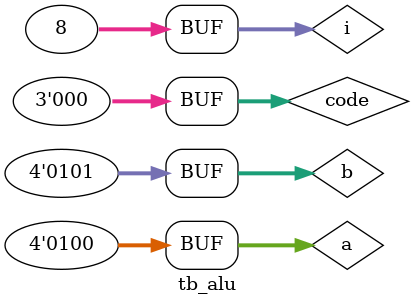
<source format=v>
module alu (a, b, code, aluout);
input [3:0] a, b;
input [2:0] code;
output [7:0] aluout;
reg [7:0] aluout ;
wire[7:0] x, y;
assign x = {4'B0000, a};
assign y = {4'B0000, b};
always @ (x, y, code, a,b)
begin
case (code)
3'd0: aluout = x + y;
3'd1: aluout = x - y;
3'd2: aluout = ~x;
3'd3: aluout = a * b;
3'd4: aluout = x & y;
3'd5: aluout = x | y;
3'd6: aluout = ~(x & y);
3'd7: aluout = ~(x | y);
default: aluout = 8'B00000000;
endcase
end
endmodule

module tb_alu;
//Inputs
 reg[3:0] a,b;
 reg[2:0] code;
//Outputs
 wire[7:0] aluout;
integer i;
  alu test_unit(
            a,b,               
            code,
            aluout 
     );

    initial begin
     
    // hold reset state for 100 ns.
      a = 3'd4;
      b = 3'd5;
      code = 3'd0;
      for (i=0;i<=7;i=i+1)
      begin
       code = code + 2'd1;
       #10;
      end
      
      a = 3'd4;
      b = 3'd5;
     



      
    end
endmodule
</source>
